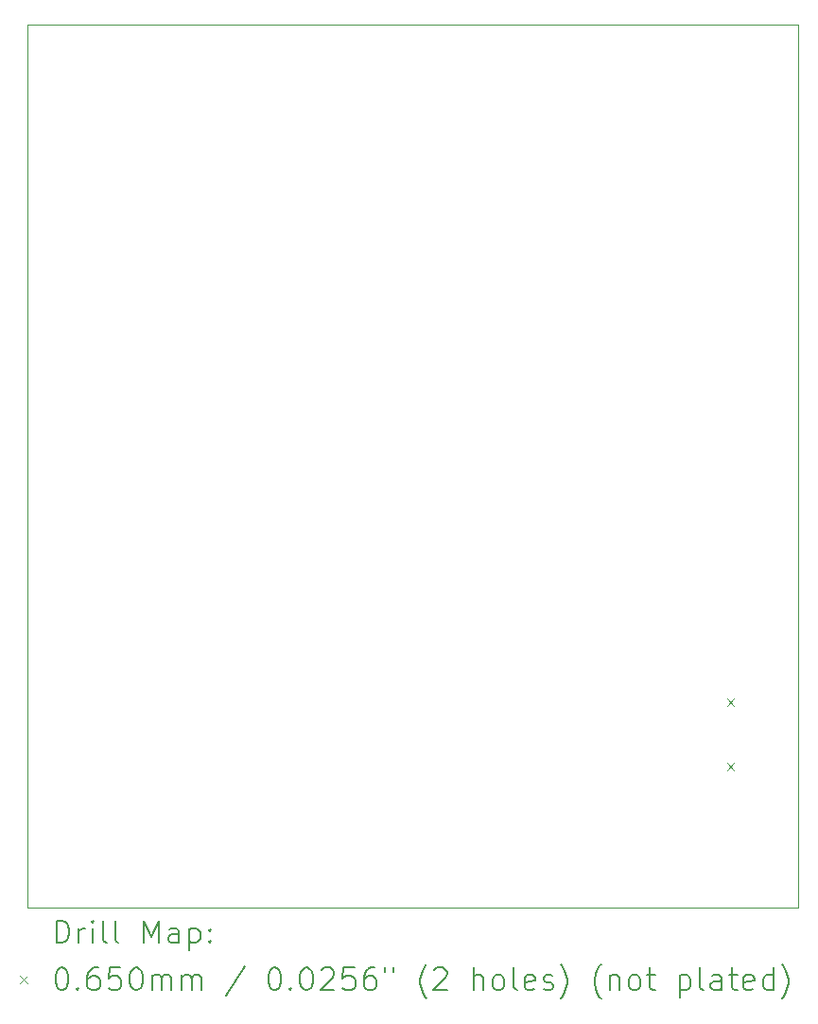
<source format=gbr>
%TF.GenerationSoftware,KiCad,Pcbnew,8.0.3*%
%TF.CreationDate,2024-07-18T14:00:02+08:00*%
%TF.ProjectId,NTC,4e54432e-6b69-4636-9164-5f7063625858,rev?*%
%TF.SameCoordinates,Original*%
%TF.FileFunction,Drillmap*%
%TF.FilePolarity,Positive*%
%FSLAX45Y45*%
G04 Gerber Fmt 4.5, Leading zero omitted, Abs format (unit mm)*
G04 Created by KiCad (PCBNEW 8.0.3) date 2024-07-18 14:00:02*
%MOMM*%
%LPD*%
G01*
G04 APERTURE LIST*
%ADD10C,0.100000*%
%ADD11C,0.200000*%
G04 APERTURE END LIST*
D10*
X18450000Y-5000000D02*
X18450000Y-12900000D01*
X11550000Y-5000000D02*
X18450000Y-5000000D01*
X11550000Y-5000000D02*
X11550000Y-12900000D01*
X18450000Y-12900000D02*
X11550000Y-12900000D01*
D11*
D10*
X17807500Y-11028500D02*
X17872500Y-11093500D01*
X17872500Y-11028500D02*
X17807500Y-11093500D01*
X17807500Y-11606500D02*
X17872500Y-11671500D01*
X17872500Y-11606500D02*
X17807500Y-11671500D01*
D11*
X11805777Y-13216484D02*
X11805777Y-13016484D01*
X11805777Y-13016484D02*
X11853396Y-13016484D01*
X11853396Y-13016484D02*
X11881967Y-13026008D01*
X11881967Y-13026008D02*
X11901015Y-13045055D01*
X11901015Y-13045055D02*
X11910539Y-13064103D01*
X11910539Y-13064103D02*
X11920062Y-13102198D01*
X11920062Y-13102198D02*
X11920062Y-13130769D01*
X11920062Y-13130769D02*
X11910539Y-13168865D01*
X11910539Y-13168865D02*
X11901015Y-13187912D01*
X11901015Y-13187912D02*
X11881967Y-13206960D01*
X11881967Y-13206960D02*
X11853396Y-13216484D01*
X11853396Y-13216484D02*
X11805777Y-13216484D01*
X12005777Y-13216484D02*
X12005777Y-13083150D01*
X12005777Y-13121246D02*
X12015301Y-13102198D01*
X12015301Y-13102198D02*
X12024824Y-13092674D01*
X12024824Y-13092674D02*
X12043872Y-13083150D01*
X12043872Y-13083150D02*
X12062920Y-13083150D01*
X12129586Y-13216484D02*
X12129586Y-13083150D01*
X12129586Y-13016484D02*
X12120062Y-13026008D01*
X12120062Y-13026008D02*
X12129586Y-13035531D01*
X12129586Y-13035531D02*
X12139110Y-13026008D01*
X12139110Y-13026008D02*
X12129586Y-13016484D01*
X12129586Y-13016484D02*
X12129586Y-13035531D01*
X12253396Y-13216484D02*
X12234348Y-13206960D01*
X12234348Y-13206960D02*
X12224824Y-13187912D01*
X12224824Y-13187912D02*
X12224824Y-13016484D01*
X12358158Y-13216484D02*
X12339110Y-13206960D01*
X12339110Y-13206960D02*
X12329586Y-13187912D01*
X12329586Y-13187912D02*
X12329586Y-13016484D01*
X12586729Y-13216484D02*
X12586729Y-13016484D01*
X12586729Y-13016484D02*
X12653396Y-13159341D01*
X12653396Y-13159341D02*
X12720062Y-13016484D01*
X12720062Y-13016484D02*
X12720062Y-13216484D01*
X12901015Y-13216484D02*
X12901015Y-13111722D01*
X12901015Y-13111722D02*
X12891491Y-13092674D01*
X12891491Y-13092674D02*
X12872443Y-13083150D01*
X12872443Y-13083150D02*
X12834348Y-13083150D01*
X12834348Y-13083150D02*
X12815301Y-13092674D01*
X12901015Y-13206960D02*
X12881967Y-13216484D01*
X12881967Y-13216484D02*
X12834348Y-13216484D01*
X12834348Y-13216484D02*
X12815301Y-13206960D01*
X12815301Y-13206960D02*
X12805777Y-13187912D01*
X12805777Y-13187912D02*
X12805777Y-13168865D01*
X12805777Y-13168865D02*
X12815301Y-13149817D01*
X12815301Y-13149817D02*
X12834348Y-13140293D01*
X12834348Y-13140293D02*
X12881967Y-13140293D01*
X12881967Y-13140293D02*
X12901015Y-13130769D01*
X12996253Y-13083150D02*
X12996253Y-13283150D01*
X12996253Y-13092674D02*
X13015301Y-13083150D01*
X13015301Y-13083150D02*
X13053396Y-13083150D01*
X13053396Y-13083150D02*
X13072443Y-13092674D01*
X13072443Y-13092674D02*
X13081967Y-13102198D01*
X13081967Y-13102198D02*
X13091491Y-13121246D01*
X13091491Y-13121246D02*
X13091491Y-13178388D01*
X13091491Y-13178388D02*
X13081967Y-13197436D01*
X13081967Y-13197436D02*
X13072443Y-13206960D01*
X13072443Y-13206960D02*
X13053396Y-13216484D01*
X13053396Y-13216484D02*
X13015301Y-13216484D01*
X13015301Y-13216484D02*
X12996253Y-13206960D01*
X13177205Y-13197436D02*
X13186729Y-13206960D01*
X13186729Y-13206960D02*
X13177205Y-13216484D01*
X13177205Y-13216484D02*
X13167682Y-13206960D01*
X13167682Y-13206960D02*
X13177205Y-13197436D01*
X13177205Y-13197436D02*
X13177205Y-13216484D01*
X13177205Y-13092674D02*
X13186729Y-13102198D01*
X13186729Y-13102198D02*
X13177205Y-13111722D01*
X13177205Y-13111722D02*
X13167682Y-13102198D01*
X13167682Y-13102198D02*
X13177205Y-13092674D01*
X13177205Y-13092674D02*
X13177205Y-13111722D01*
D10*
X11480000Y-13512500D02*
X11545000Y-13577500D01*
X11545000Y-13512500D02*
X11480000Y-13577500D01*
D11*
X11843872Y-13436484D02*
X11862920Y-13436484D01*
X11862920Y-13436484D02*
X11881967Y-13446008D01*
X11881967Y-13446008D02*
X11891491Y-13455531D01*
X11891491Y-13455531D02*
X11901015Y-13474579D01*
X11901015Y-13474579D02*
X11910539Y-13512674D01*
X11910539Y-13512674D02*
X11910539Y-13560293D01*
X11910539Y-13560293D02*
X11901015Y-13598388D01*
X11901015Y-13598388D02*
X11891491Y-13617436D01*
X11891491Y-13617436D02*
X11881967Y-13626960D01*
X11881967Y-13626960D02*
X11862920Y-13636484D01*
X11862920Y-13636484D02*
X11843872Y-13636484D01*
X11843872Y-13636484D02*
X11824824Y-13626960D01*
X11824824Y-13626960D02*
X11815301Y-13617436D01*
X11815301Y-13617436D02*
X11805777Y-13598388D01*
X11805777Y-13598388D02*
X11796253Y-13560293D01*
X11796253Y-13560293D02*
X11796253Y-13512674D01*
X11796253Y-13512674D02*
X11805777Y-13474579D01*
X11805777Y-13474579D02*
X11815301Y-13455531D01*
X11815301Y-13455531D02*
X11824824Y-13446008D01*
X11824824Y-13446008D02*
X11843872Y-13436484D01*
X11996253Y-13617436D02*
X12005777Y-13626960D01*
X12005777Y-13626960D02*
X11996253Y-13636484D01*
X11996253Y-13636484D02*
X11986729Y-13626960D01*
X11986729Y-13626960D02*
X11996253Y-13617436D01*
X11996253Y-13617436D02*
X11996253Y-13636484D01*
X12177205Y-13436484D02*
X12139110Y-13436484D01*
X12139110Y-13436484D02*
X12120062Y-13446008D01*
X12120062Y-13446008D02*
X12110539Y-13455531D01*
X12110539Y-13455531D02*
X12091491Y-13484103D01*
X12091491Y-13484103D02*
X12081967Y-13522198D01*
X12081967Y-13522198D02*
X12081967Y-13598388D01*
X12081967Y-13598388D02*
X12091491Y-13617436D01*
X12091491Y-13617436D02*
X12101015Y-13626960D01*
X12101015Y-13626960D02*
X12120062Y-13636484D01*
X12120062Y-13636484D02*
X12158158Y-13636484D01*
X12158158Y-13636484D02*
X12177205Y-13626960D01*
X12177205Y-13626960D02*
X12186729Y-13617436D01*
X12186729Y-13617436D02*
X12196253Y-13598388D01*
X12196253Y-13598388D02*
X12196253Y-13550769D01*
X12196253Y-13550769D02*
X12186729Y-13531722D01*
X12186729Y-13531722D02*
X12177205Y-13522198D01*
X12177205Y-13522198D02*
X12158158Y-13512674D01*
X12158158Y-13512674D02*
X12120062Y-13512674D01*
X12120062Y-13512674D02*
X12101015Y-13522198D01*
X12101015Y-13522198D02*
X12091491Y-13531722D01*
X12091491Y-13531722D02*
X12081967Y-13550769D01*
X12377205Y-13436484D02*
X12281967Y-13436484D01*
X12281967Y-13436484D02*
X12272443Y-13531722D01*
X12272443Y-13531722D02*
X12281967Y-13522198D01*
X12281967Y-13522198D02*
X12301015Y-13512674D01*
X12301015Y-13512674D02*
X12348634Y-13512674D01*
X12348634Y-13512674D02*
X12367682Y-13522198D01*
X12367682Y-13522198D02*
X12377205Y-13531722D01*
X12377205Y-13531722D02*
X12386729Y-13550769D01*
X12386729Y-13550769D02*
X12386729Y-13598388D01*
X12386729Y-13598388D02*
X12377205Y-13617436D01*
X12377205Y-13617436D02*
X12367682Y-13626960D01*
X12367682Y-13626960D02*
X12348634Y-13636484D01*
X12348634Y-13636484D02*
X12301015Y-13636484D01*
X12301015Y-13636484D02*
X12281967Y-13626960D01*
X12281967Y-13626960D02*
X12272443Y-13617436D01*
X12510539Y-13436484D02*
X12529586Y-13436484D01*
X12529586Y-13436484D02*
X12548634Y-13446008D01*
X12548634Y-13446008D02*
X12558158Y-13455531D01*
X12558158Y-13455531D02*
X12567682Y-13474579D01*
X12567682Y-13474579D02*
X12577205Y-13512674D01*
X12577205Y-13512674D02*
X12577205Y-13560293D01*
X12577205Y-13560293D02*
X12567682Y-13598388D01*
X12567682Y-13598388D02*
X12558158Y-13617436D01*
X12558158Y-13617436D02*
X12548634Y-13626960D01*
X12548634Y-13626960D02*
X12529586Y-13636484D01*
X12529586Y-13636484D02*
X12510539Y-13636484D01*
X12510539Y-13636484D02*
X12491491Y-13626960D01*
X12491491Y-13626960D02*
X12481967Y-13617436D01*
X12481967Y-13617436D02*
X12472443Y-13598388D01*
X12472443Y-13598388D02*
X12462920Y-13560293D01*
X12462920Y-13560293D02*
X12462920Y-13512674D01*
X12462920Y-13512674D02*
X12472443Y-13474579D01*
X12472443Y-13474579D02*
X12481967Y-13455531D01*
X12481967Y-13455531D02*
X12491491Y-13446008D01*
X12491491Y-13446008D02*
X12510539Y-13436484D01*
X12662920Y-13636484D02*
X12662920Y-13503150D01*
X12662920Y-13522198D02*
X12672443Y-13512674D01*
X12672443Y-13512674D02*
X12691491Y-13503150D01*
X12691491Y-13503150D02*
X12720063Y-13503150D01*
X12720063Y-13503150D02*
X12739110Y-13512674D01*
X12739110Y-13512674D02*
X12748634Y-13531722D01*
X12748634Y-13531722D02*
X12748634Y-13636484D01*
X12748634Y-13531722D02*
X12758158Y-13512674D01*
X12758158Y-13512674D02*
X12777205Y-13503150D01*
X12777205Y-13503150D02*
X12805777Y-13503150D01*
X12805777Y-13503150D02*
X12824824Y-13512674D01*
X12824824Y-13512674D02*
X12834348Y-13531722D01*
X12834348Y-13531722D02*
X12834348Y-13636484D01*
X12929586Y-13636484D02*
X12929586Y-13503150D01*
X12929586Y-13522198D02*
X12939110Y-13512674D01*
X12939110Y-13512674D02*
X12958158Y-13503150D01*
X12958158Y-13503150D02*
X12986729Y-13503150D01*
X12986729Y-13503150D02*
X13005777Y-13512674D01*
X13005777Y-13512674D02*
X13015301Y-13531722D01*
X13015301Y-13531722D02*
X13015301Y-13636484D01*
X13015301Y-13531722D02*
X13024824Y-13512674D01*
X13024824Y-13512674D02*
X13043872Y-13503150D01*
X13043872Y-13503150D02*
X13072443Y-13503150D01*
X13072443Y-13503150D02*
X13091491Y-13512674D01*
X13091491Y-13512674D02*
X13101015Y-13531722D01*
X13101015Y-13531722D02*
X13101015Y-13636484D01*
X13491491Y-13426960D02*
X13320063Y-13684103D01*
X13748634Y-13436484D02*
X13767682Y-13436484D01*
X13767682Y-13436484D02*
X13786729Y-13446008D01*
X13786729Y-13446008D02*
X13796253Y-13455531D01*
X13796253Y-13455531D02*
X13805777Y-13474579D01*
X13805777Y-13474579D02*
X13815301Y-13512674D01*
X13815301Y-13512674D02*
X13815301Y-13560293D01*
X13815301Y-13560293D02*
X13805777Y-13598388D01*
X13805777Y-13598388D02*
X13796253Y-13617436D01*
X13796253Y-13617436D02*
X13786729Y-13626960D01*
X13786729Y-13626960D02*
X13767682Y-13636484D01*
X13767682Y-13636484D02*
X13748634Y-13636484D01*
X13748634Y-13636484D02*
X13729586Y-13626960D01*
X13729586Y-13626960D02*
X13720063Y-13617436D01*
X13720063Y-13617436D02*
X13710539Y-13598388D01*
X13710539Y-13598388D02*
X13701015Y-13560293D01*
X13701015Y-13560293D02*
X13701015Y-13512674D01*
X13701015Y-13512674D02*
X13710539Y-13474579D01*
X13710539Y-13474579D02*
X13720063Y-13455531D01*
X13720063Y-13455531D02*
X13729586Y-13446008D01*
X13729586Y-13446008D02*
X13748634Y-13436484D01*
X13901015Y-13617436D02*
X13910539Y-13626960D01*
X13910539Y-13626960D02*
X13901015Y-13636484D01*
X13901015Y-13636484D02*
X13891491Y-13626960D01*
X13891491Y-13626960D02*
X13901015Y-13617436D01*
X13901015Y-13617436D02*
X13901015Y-13636484D01*
X14034348Y-13436484D02*
X14053396Y-13436484D01*
X14053396Y-13436484D02*
X14072444Y-13446008D01*
X14072444Y-13446008D02*
X14081967Y-13455531D01*
X14081967Y-13455531D02*
X14091491Y-13474579D01*
X14091491Y-13474579D02*
X14101015Y-13512674D01*
X14101015Y-13512674D02*
X14101015Y-13560293D01*
X14101015Y-13560293D02*
X14091491Y-13598388D01*
X14091491Y-13598388D02*
X14081967Y-13617436D01*
X14081967Y-13617436D02*
X14072444Y-13626960D01*
X14072444Y-13626960D02*
X14053396Y-13636484D01*
X14053396Y-13636484D02*
X14034348Y-13636484D01*
X14034348Y-13636484D02*
X14015301Y-13626960D01*
X14015301Y-13626960D02*
X14005777Y-13617436D01*
X14005777Y-13617436D02*
X13996253Y-13598388D01*
X13996253Y-13598388D02*
X13986729Y-13560293D01*
X13986729Y-13560293D02*
X13986729Y-13512674D01*
X13986729Y-13512674D02*
X13996253Y-13474579D01*
X13996253Y-13474579D02*
X14005777Y-13455531D01*
X14005777Y-13455531D02*
X14015301Y-13446008D01*
X14015301Y-13446008D02*
X14034348Y-13436484D01*
X14177206Y-13455531D02*
X14186729Y-13446008D01*
X14186729Y-13446008D02*
X14205777Y-13436484D01*
X14205777Y-13436484D02*
X14253396Y-13436484D01*
X14253396Y-13436484D02*
X14272444Y-13446008D01*
X14272444Y-13446008D02*
X14281967Y-13455531D01*
X14281967Y-13455531D02*
X14291491Y-13474579D01*
X14291491Y-13474579D02*
X14291491Y-13493627D01*
X14291491Y-13493627D02*
X14281967Y-13522198D01*
X14281967Y-13522198D02*
X14167682Y-13636484D01*
X14167682Y-13636484D02*
X14291491Y-13636484D01*
X14472444Y-13436484D02*
X14377206Y-13436484D01*
X14377206Y-13436484D02*
X14367682Y-13531722D01*
X14367682Y-13531722D02*
X14377206Y-13522198D01*
X14377206Y-13522198D02*
X14396253Y-13512674D01*
X14396253Y-13512674D02*
X14443872Y-13512674D01*
X14443872Y-13512674D02*
X14462920Y-13522198D01*
X14462920Y-13522198D02*
X14472444Y-13531722D01*
X14472444Y-13531722D02*
X14481967Y-13550769D01*
X14481967Y-13550769D02*
X14481967Y-13598388D01*
X14481967Y-13598388D02*
X14472444Y-13617436D01*
X14472444Y-13617436D02*
X14462920Y-13626960D01*
X14462920Y-13626960D02*
X14443872Y-13636484D01*
X14443872Y-13636484D02*
X14396253Y-13636484D01*
X14396253Y-13636484D02*
X14377206Y-13626960D01*
X14377206Y-13626960D02*
X14367682Y-13617436D01*
X14653396Y-13436484D02*
X14615301Y-13436484D01*
X14615301Y-13436484D02*
X14596253Y-13446008D01*
X14596253Y-13446008D02*
X14586729Y-13455531D01*
X14586729Y-13455531D02*
X14567682Y-13484103D01*
X14567682Y-13484103D02*
X14558158Y-13522198D01*
X14558158Y-13522198D02*
X14558158Y-13598388D01*
X14558158Y-13598388D02*
X14567682Y-13617436D01*
X14567682Y-13617436D02*
X14577206Y-13626960D01*
X14577206Y-13626960D02*
X14596253Y-13636484D01*
X14596253Y-13636484D02*
X14634348Y-13636484D01*
X14634348Y-13636484D02*
X14653396Y-13626960D01*
X14653396Y-13626960D02*
X14662920Y-13617436D01*
X14662920Y-13617436D02*
X14672444Y-13598388D01*
X14672444Y-13598388D02*
X14672444Y-13550769D01*
X14672444Y-13550769D02*
X14662920Y-13531722D01*
X14662920Y-13531722D02*
X14653396Y-13522198D01*
X14653396Y-13522198D02*
X14634348Y-13512674D01*
X14634348Y-13512674D02*
X14596253Y-13512674D01*
X14596253Y-13512674D02*
X14577206Y-13522198D01*
X14577206Y-13522198D02*
X14567682Y-13531722D01*
X14567682Y-13531722D02*
X14558158Y-13550769D01*
X14748634Y-13436484D02*
X14748634Y-13474579D01*
X14824825Y-13436484D02*
X14824825Y-13474579D01*
X15120063Y-13712674D02*
X15110539Y-13703150D01*
X15110539Y-13703150D02*
X15091491Y-13674579D01*
X15091491Y-13674579D02*
X15081968Y-13655531D01*
X15081968Y-13655531D02*
X15072444Y-13626960D01*
X15072444Y-13626960D02*
X15062920Y-13579341D01*
X15062920Y-13579341D02*
X15062920Y-13541246D01*
X15062920Y-13541246D02*
X15072444Y-13493627D01*
X15072444Y-13493627D02*
X15081968Y-13465055D01*
X15081968Y-13465055D02*
X15091491Y-13446008D01*
X15091491Y-13446008D02*
X15110539Y-13417436D01*
X15110539Y-13417436D02*
X15120063Y-13407912D01*
X15186729Y-13455531D02*
X15196253Y-13446008D01*
X15196253Y-13446008D02*
X15215301Y-13436484D01*
X15215301Y-13436484D02*
X15262920Y-13436484D01*
X15262920Y-13436484D02*
X15281968Y-13446008D01*
X15281968Y-13446008D02*
X15291491Y-13455531D01*
X15291491Y-13455531D02*
X15301015Y-13474579D01*
X15301015Y-13474579D02*
X15301015Y-13493627D01*
X15301015Y-13493627D02*
X15291491Y-13522198D01*
X15291491Y-13522198D02*
X15177206Y-13636484D01*
X15177206Y-13636484D02*
X15301015Y-13636484D01*
X15539110Y-13636484D02*
X15539110Y-13436484D01*
X15624825Y-13636484D02*
X15624825Y-13531722D01*
X15624825Y-13531722D02*
X15615301Y-13512674D01*
X15615301Y-13512674D02*
X15596253Y-13503150D01*
X15596253Y-13503150D02*
X15567682Y-13503150D01*
X15567682Y-13503150D02*
X15548634Y-13512674D01*
X15548634Y-13512674D02*
X15539110Y-13522198D01*
X15748634Y-13636484D02*
X15729587Y-13626960D01*
X15729587Y-13626960D02*
X15720063Y-13617436D01*
X15720063Y-13617436D02*
X15710539Y-13598388D01*
X15710539Y-13598388D02*
X15710539Y-13541246D01*
X15710539Y-13541246D02*
X15720063Y-13522198D01*
X15720063Y-13522198D02*
X15729587Y-13512674D01*
X15729587Y-13512674D02*
X15748634Y-13503150D01*
X15748634Y-13503150D02*
X15777206Y-13503150D01*
X15777206Y-13503150D02*
X15796253Y-13512674D01*
X15796253Y-13512674D02*
X15805777Y-13522198D01*
X15805777Y-13522198D02*
X15815301Y-13541246D01*
X15815301Y-13541246D02*
X15815301Y-13598388D01*
X15815301Y-13598388D02*
X15805777Y-13617436D01*
X15805777Y-13617436D02*
X15796253Y-13626960D01*
X15796253Y-13626960D02*
X15777206Y-13636484D01*
X15777206Y-13636484D02*
X15748634Y-13636484D01*
X15929587Y-13636484D02*
X15910539Y-13626960D01*
X15910539Y-13626960D02*
X15901015Y-13607912D01*
X15901015Y-13607912D02*
X15901015Y-13436484D01*
X16081968Y-13626960D02*
X16062920Y-13636484D01*
X16062920Y-13636484D02*
X16024825Y-13636484D01*
X16024825Y-13636484D02*
X16005777Y-13626960D01*
X16005777Y-13626960D02*
X15996253Y-13607912D01*
X15996253Y-13607912D02*
X15996253Y-13531722D01*
X15996253Y-13531722D02*
X16005777Y-13512674D01*
X16005777Y-13512674D02*
X16024825Y-13503150D01*
X16024825Y-13503150D02*
X16062920Y-13503150D01*
X16062920Y-13503150D02*
X16081968Y-13512674D01*
X16081968Y-13512674D02*
X16091491Y-13531722D01*
X16091491Y-13531722D02*
X16091491Y-13550769D01*
X16091491Y-13550769D02*
X15996253Y-13569817D01*
X16167682Y-13626960D02*
X16186730Y-13636484D01*
X16186730Y-13636484D02*
X16224825Y-13636484D01*
X16224825Y-13636484D02*
X16243872Y-13626960D01*
X16243872Y-13626960D02*
X16253396Y-13607912D01*
X16253396Y-13607912D02*
X16253396Y-13598388D01*
X16253396Y-13598388D02*
X16243872Y-13579341D01*
X16243872Y-13579341D02*
X16224825Y-13569817D01*
X16224825Y-13569817D02*
X16196253Y-13569817D01*
X16196253Y-13569817D02*
X16177206Y-13560293D01*
X16177206Y-13560293D02*
X16167682Y-13541246D01*
X16167682Y-13541246D02*
X16167682Y-13531722D01*
X16167682Y-13531722D02*
X16177206Y-13512674D01*
X16177206Y-13512674D02*
X16196253Y-13503150D01*
X16196253Y-13503150D02*
X16224825Y-13503150D01*
X16224825Y-13503150D02*
X16243872Y-13512674D01*
X16320063Y-13712674D02*
X16329587Y-13703150D01*
X16329587Y-13703150D02*
X16348634Y-13674579D01*
X16348634Y-13674579D02*
X16358158Y-13655531D01*
X16358158Y-13655531D02*
X16367682Y-13626960D01*
X16367682Y-13626960D02*
X16377206Y-13579341D01*
X16377206Y-13579341D02*
X16377206Y-13541246D01*
X16377206Y-13541246D02*
X16367682Y-13493627D01*
X16367682Y-13493627D02*
X16358158Y-13465055D01*
X16358158Y-13465055D02*
X16348634Y-13446008D01*
X16348634Y-13446008D02*
X16329587Y-13417436D01*
X16329587Y-13417436D02*
X16320063Y-13407912D01*
X16681968Y-13712674D02*
X16672444Y-13703150D01*
X16672444Y-13703150D02*
X16653396Y-13674579D01*
X16653396Y-13674579D02*
X16643872Y-13655531D01*
X16643872Y-13655531D02*
X16634349Y-13626960D01*
X16634349Y-13626960D02*
X16624825Y-13579341D01*
X16624825Y-13579341D02*
X16624825Y-13541246D01*
X16624825Y-13541246D02*
X16634349Y-13493627D01*
X16634349Y-13493627D02*
X16643872Y-13465055D01*
X16643872Y-13465055D02*
X16653396Y-13446008D01*
X16653396Y-13446008D02*
X16672444Y-13417436D01*
X16672444Y-13417436D02*
X16681968Y-13407912D01*
X16758158Y-13503150D02*
X16758158Y-13636484D01*
X16758158Y-13522198D02*
X16767682Y-13512674D01*
X16767682Y-13512674D02*
X16786730Y-13503150D01*
X16786730Y-13503150D02*
X16815301Y-13503150D01*
X16815301Y-13503150D02*
X16834349Y-13512674D01*
X16834349Y-13512674D02*
X16843873Y-13531722D01*
X16843873Y-13531722D02*
X16843873Y-13636484D01*
X16967682Y-13636484D02*
X16948634Y-13626960D01*
X16948634Y-13626960D02*
X16939111Y-13617436D01*
X16939111Y-13617436D02*
X16929587Y-13598388D01*
X16929587Y-13598388D02*
X16929587Y-13541246D01*
X16929587Y-13541246D02*
X16939111Y-13522198D01*
X16939111Y-13522198D02*
X16948634Y-13512674D01*
X16948634Y-13512674D02*
X16967682Y-13503150D01*
X16967682Y-13503150D02*
X16996254Y-13503150D01*
X16996254Y-13503150D02*
X17015301Y-13512674D01*
X17015301Y-13512674D02*
X17024825Y-13522198D01*
X17024825Y-13522198D02*
X17034349Y-13541246D01*
X17034349Y-13541246D02*
X17034349Y-13598388D01*
X17034349Y-13598388D02*
X17024825Y-13617436D01*
X17024825Y-13617436D02*
X17015301Y-13626960D01*
X17015301Y-13626960D02*
X16996254Y-13636484D01*
X16996254Y-13636484D02*
X16967682Y-13636484D01*
X17091492Y-13503150D02*
X17167682Y-13503150D01*
X17120063Y-13436484D02*
X17120063Y-13607912D01*
X17120063Y-13607912D02*
X17129587Y-13626960D01*
X17129587Y-13626960D02*
X17148634Y-13636484D01*
X17148634Y-13636484D02*
X17167682Y-13636484D01*
X17386730Y-13503150D02*
X17386730Y-13703150D01*
X17386730Y-13512674D02*
X17405777Y-13503150D01*
X17405777Y-13503150D02*
X17443873Y-13503150D01*
X17443873Y-13503150D02*
X17462920Y-13512674D01*
X17462920Y-13512674D02*
X17472444Y-13522198D01*
X17472444Y-13522198D02*
X17481968Y-13541246D01*
X17481968Y-13541246D02*
X17481968Y-13598388D01*
X17481968Y-13598388D02*
X17472444Y-13617436D01*
X17472444Y-13617436D02*
X17462920Y-13626960D01*
X17462920Y-13626960D02*
X17443873Y-13636484D01*
X17443873Y-13636484D02*
X17405777Y-13636484D01*
X17405777Y-13636484D02*
X17386730Y-13626960D01*
X17596254Y-13636484D02*
X17577206Y-13626960D01*
X17577206Y-13626960D02*
X17567682Y-13607912D01*
X17567682Y-13607912D02*
X17567682Y-13436484D01*
X17758158Y-13636484D02*
X17758158Y-13531722D01*
X17758158Y-13531722D02*
X17748635Y-13512674D01*
X17748635Y-13512674D02*
X17729587Y-13503150D01*
X17729587Y-13503150D02*
X17691492Y-13503150D01*
X17691492Y-13503150D02*
X17672444Y-13512674D01*
X17758158Y-13626960D02*
X17739111Y-13636484D01*
X17739111Y-13636484D02*
X17691492Y-13636484D01*
X17691492Y-13636484D02*
X17672444Y-13626960D01*
X17672444Y-13626960D02*
X17662920Y-13607912D01*
X17662920Y-13607912D02*
X17662920Y-13588865D01*
X17662920Y-13588865D02*
X17672444Y-13569817D01*
X17672444Y-13569817D02*
X17691492Y-13560293D01*
X17691492Y-13560293D02*
X17739111Y-13560293D01*
X17739111Y-13560293D02*
X17758158Y-13550769D01*
X17824825Y-13503150D02*
X17901015Y-13503150D01*
X17853396Y-13436484D02*
X17853396Y-13607912D01*
X17853396Y-13607912D02*
X17862920Y-13626960D01*
X17862920Y-13626960D02*
X17881968Y-13636484D01*
X17881968Y-13636484D02*
X17901015Y-13636484D01*
X18043873Y-13626960D02*
X18024825Y-13636484D01*
X18024825Y-13636484D02*
X17986730Y-13636484D01*
X17986730Y-13636484D02*
X17967682Y-13626960D01*
X17967682Y-13626960D02*
X17958158Y-13607912D01*
X17958158Y-13607912D02*
X17958158Y-13531722D01*
X17958158Y-13531722D02*
X17967682Y-13512674D01*
X17967682Y-13512674D02*
X17986730Y-13503150D01*
X17986730Y-13503150D02*
X18024825Y-13503150D01*
X18024825Y-13503150D02*
X18043873Y-13512674D01*
X18043873Y-13512674D02*
X18053396Y-13531722D01*
X18053396Y-13531722D02*
X18053396Y-13550769D01*
X18053396Y-13550769D02*
X17958158Y-13569817D01*
X18224825Y-13636484D02*
X18224825Y-13436484D01*
X18224825Y-13626960D02*
X18205777Y-13636484D01*
X18205777Y-13636484D02*
X18167682Y-13636484D01*
X18167682Y-13636484D02*
X18148635Y-13626960D01*
X18148635Y-13626960D02*
X18139111Y-13617436D01*
X18139111Y-13617436D02*
X18129587Y-13598388D01*
X18129587Y-13598388D02*
X18129587Y-13541246D01*
X18129587Y-13541246D02*
X18139111Y-13522198D01*
X18139111Y-13522198D02*
X18148635Y-13512674D01*
X18148635Y-13512674D02*
X18167682Y-13503150D01*
X18167682Y-13503150D02*
X18205777Y-13503150D01*
X18205777Y-13503150D02*
X18224825Y-13512674D01*
X18301016Y-13712674D02*
X18310539Y-13703150D01*
X18310539Y-13703150D02*
X18329587Y-13674579D01*
X18329587Y-13674579D02*
X18339111Y-13655531D01*
X18339111Y-13655531D02*
X18348635Y-13626960D01*
X18348635Y-13626960D02*
X18358158Y-13579341D01*
X18358158Y-13579341D02*
X18358158Y-13541246D01*
X18358158Y-13541246D02*
X18348635Y-13493627D01*
X18348635Y-13493627D02*
X18339111Y-13465055D01*
X18339111Y-13465055D02*
X18329587Y-13446008D01*
X18329587Y-13446008D02*
X18310539Y-13417436D01*
X18310539Y-13417436D02*
X18301016Y-13407912D01*
M02*

</source>
